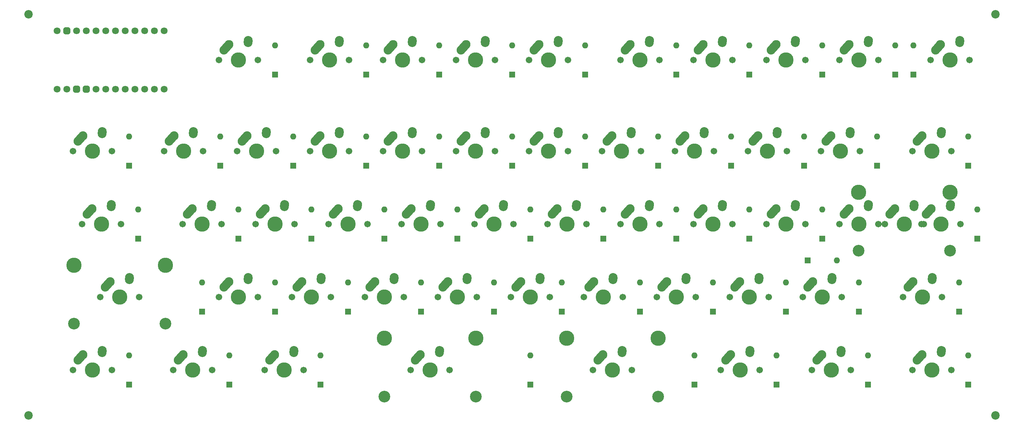
<source format=gbr>
%TF.GenerationSoftware,KiCad,Pcbnew,7.0.8+dfsg-1*%
%TF.CreationDate,2023-11-03T17:26:11+01:00*%
%TF.ProjectId,plopplop-rounded,706c6f70-706c-46f7-902d-726f756e6465,rev?*%
%TF.SameCoordinates,PXfbec30PY8198450*%
%TF.FileFunction,Soldermask,Bot*%
%TF.FilePolarity,Negative*%
%FSLAX46Y46*%
G04 Gerber Fmt 4.6, Leading zero omitted, Abs format (unit mm)*
G04 Created by KiCad (PCBNEW 7.0.8+dfsg-1) date 2023-11-03 17:26:11*
%MOMM*%
%LPD*%
G01*
G04 APERTURE LIST*
G04 Aperture macros list*
%AMRoundRect*
0 Rectangle with rounded corners*
0 $1 Rounding radius*
0 $2 $3 $4 $5 $6 $7 $8 $9 X,Y pos of 4 corners*
0 Add a 4 corners polygon primitive as box body*
4,1,4,$2,$3,$4,$5,$6,$7,$8,$9,$2,$3,0*
0 Add four circle primitives for the rounded corners*
1,1,$1+$1,$2,$3*
1,1,$1+$1,$4,$5*
1,1,$1+$1,$6,$7*
1,1,$1+$1,$8,$9*
0 Add four rect primitives between the rounded corners*
20,1,$1+$1,$2,$3,$4,$5,0*
20,1,$1+$1,$4,$5,$6,$7,0*
20,1,$1+$1,$6,$7,$8,$9,0*
20,1,$1+$1,$8,$9,$2,$3,0*%
%AMHorizOval*
0 Thick line with rounded ends*
0 $1 width*
0 $2 $3 position (X,Y) of the first rounded end (center of the circle)*
0 $4 $5 position (X,Y) of the second rounded end (center of the circle)*
0 Add line between two ends*
20,1,$1,$2,$3,$4,$5,0*
0 Add two circle primitives to create the rounded ends*
1,1,$1,$2,$3*
1,1,$1,$4,$5*%
G04 Aperture macros list end*
%ADD10C,3.987800*%
%ADD11C,3.048000*%
%ADD12C,2.300000*%
%ADD13HorizOval,2.300000X0.020004X0.290000X-0.020004X-0.290000X0*%
%ADD14HorizOval,2.300000X0.655008X0.729993X-0.655008X-0.729993X0*%
%ADD15C,1.701800*%
%ADD16C,2.200000*%
%ADD17O,1.600000X1.600000*%
%ADD18R,1.600000X1.600000*%
%ADD19C,1.800000*%
%ADD20RoundRect,0.450000X0.450000X-0.450000X0.450000X0.450000X-0.450000X0.450000X-0.450000X-0.450000X0*%
G04 APERTURE END LIST*
D10*
%TO.C,MX34-1*%
X245459250Y63182500D03*
X221583250Y63182500D03*
D11*
X245459250Y47942500D03*
X221583250Y47942500D03*
D12*
X236061250Y60007500D03*
D13*
X236041254Y59717500D03*
D14*
X230366258Y58197493D03*
D12*
X231021250Y58927500D03*
D15*
X238601250Y54927500D03*
X228441250Y54927500D03*
D10*
X233521250Y54927500D03*
%TD*%
D16*
%TO.C,REF\u002A\u002A*%
X257333750Y4921250D03*
%TD*%
%TO.C,REF\u002A\u002A*%
X4921250Y4921250D03*
%TD*%
%TO.C,REF\u002A\u002A*%
X257333750Y109696250D03*
%TD*%
%TO.C,REF\u002A\u002A*%
X4921250Y109696250D03*
%TD*%
D12*
%TO.C,MX53*%
X243205000Y21907500D03*
D13*
X243185004Y21617500D03*
D14*
X237510008Y20097493D03*
D12*
X238165000Y20827500D03*
D15*
X245745000Y16827500D03*
X235585000Y16827500D03*
D10*
X240665000Y16827500D03*
%TD*%
D12*
%TO.C,MX52*%
X217011250Y21907500D03*
D13*
X216991254Y21617500D03*
D14*
X211316258Y20097493D03*
D12*
X211971250Y20827500D03*
D15*
X219551250Y16827500D03*
X209391250Y16827500D03*
D10*
X214471250Y16827500D03*
%TD*%
D12*
%TO.C,MX51*%
X193198750Y21907500D03*
D13*
X193178754Y21617500D03*
D14*
X187503758Y20097493D03*
D12*
X188158750Y20827500D03*
D15*
X195738750Y16827500D03*
X185578750Y16827500D03*
D10*
X190658750Y16827500D03*
%TD*%
%TO.C,MX50*%
X169259250Y25082500D03*
X145383250Y25082500D03*
D11*
X169259250Y9842500D03*
X145383250Y9842500D03*
D12*
X159861250Y21907500D03*
D13*
X159841254Y21617500D03*
D14*
X154166258Y20097493D03*
D12*
X154821250Y20827500D03*
D15*
X162401250Y16827500D03*
X152241250Y16827500D03*
D10*
X157321250Y16827500D03*
%TD*%
%TO.C,MX49*%
X121634250Y25082500D03*
X97758250Y25082500D03*
D11*
X121634250Y9842500D03*
X97758250Y9842500D03*
D12*
X112236250Y21907500D03*
D13*
X112216254Y21617500D03*
D14*
X106541258Y20097493D03*
D12*
X107196250Y20827500D03*
D15*
X114776250Y16827500D03*
X104616250Y16827500D03*
D10*
X109696250Y16827500D03*
%TD*%
D12*
%TO.C,MX48*%
X74177500Y21907500D03*
D13*
X74157504Y21617500D03*
D14*
X68482508Y20097493D03*
D12*
X69137500Y20827500D03*
D15*
X76717500Y16827500D03*
X66557500Y16827500D03*
D10*
X71637500Y16827500D03*
%TD*%
D12*
%TO.C,MX47*%
X50323750Y21907500D03*
D13*
X50303754Y21617500D03*
D14*
X44628758Y20097493D03*
D12*
X45283750Y20827500D03*
D15*
X52863750Y16827500D03*
X42703750Y16827500D03*
D10*
X47783750Y16827500D03*
%TD*%
D12*
%TO.C,MX46*%
X24130000Y21907500D03*
D13*
X24110004Y21617500D03*
D14*
X18435008Y20097493D03*
D12*
X19090000Y20827500D03*
D15*
X26670000Y16827500D03*
X16510000Y16827500D03*
D10*
X21590000Y16827500D03*
%TD*%
D17*
%TO.C,D53*%
X250190000Y20637500D03*
D18*
X250190000Y13017500D03*
%TD*%
D17*
%TO.C,D52*%
X223996250Y20637500D03*
D18*
X223996250Y13017500D03*
%TD*%
D17*
%TO.C,D51*%
X200183750Y20637500D03*
D18*
X200183750Y13017500D03*
%TD*%
D17*
%TO.C,D50*%
X178752500Y20637500D03*
D18*
X178752500Y13017500D03*
%TD*%
D17*
%TO.C,D49*%
X135890000Y20637500D03*
D18*
X135890000Y13017500D03*
%TD*%
D17*
%TO.C,D48*%
X81121250Y20637500D03*
D18*
X81121250Y13017500D03*
%TD*%
D17*
%TO.C,D47*%
X57308750Y20637500D03*
D18*
X57308750Y13017500D03*
%TD*%
D17*
%TO.C,D46*%
X31115000Y20637500D03*
D18*
X31115000Y13017500D03*
%TD*%
D12*
%TO.C,MX45*%
X240823750Y40957500D03*
D13*
X240803754Y40667500D03*
D14*
X235128758Y39147493D03*
D12*
X235783750Y39877500D03*
D15*
X243363750Y35877500D03*
X233203750Y35877500D03*
D10*
X238283750Y35877500D03*
%TD*%
D12*
%TO.C,MX44*%
X214630000Y40957500D03*
D13*
X214610004Y40667500D03*
D14*
X208935008Y39147493D03*
D12*
X209590000Y39877500D03*
D15*
X217170000Y35877500D03*
X207010000Y35877500D03*
D10*
X212090000Y35877500D03*
%TD*%
D12*
%TO.C,MX43*%
X195580000Y40957500D03*
D13*
X195560004Y40667500D03*
D14*
X189885008Y39147493D03*
D12*
X190540000Y39877500D03*
D15*
X198120000Y35877500D03*
X187960000Y35877500D03*
D10*
X193040000Y35877500D03*
%TD*%
D12*
%TO.C,MX42*%
X176530000Y40957500D03*
D13*
X176510004Y40667500D03*
D14*
X170835008Y39147493D03*
D12*
X171490000Y39877500D03*
D15*
X179070000Y35877500D03*
X168910000Y35877500D03*
D10*
X173990000Y35877500D03*
%TD*%
D12*
%TO.C,MX41*%
X157480000Y40957500D03*
D13*
X157460004Y40667500D03*
D14*
X151785008Y39147493D03*
D12*
X152440000Y39877500D03*
D15*
X160020000Y35877500D03*
X149860000Y35877500D03*
D10*
X154940000Y35877500D03*
%TD*%
D12*
%TO.C,MX40*%
X138430000Y40957500D03*
D13*
X138410004Y40667500D03*
D14*
X132735008Y39147493D03*
D12*
X133390000Y39877500D03*
D15*
X140970000Y35877500D03*
X130810000Y35877500D03*
D10*
X135890000Y35877500D03*
%TD*%
D12*
%TO.C,MX39*%
X119380000Y40957500D03*
D13*
X119360004Y40667500D03*
D14*
X113685008Y39147493D03*
D12*
X114340000Y39877500D03*
D15*
X121920000Y35877500D03*
X111760000Y35877500D03*
D10*
X116840000Y35877500D03*
%TD*%
D12*
%TO.C,MX38*%
X100330000Y40957500D03*
D13*
X100310004Y40667500D03*
D14*
X94635008Y39147493D03*
D12*
X95290000Y39877500D03*
D15*
X102870000Y35877500D03*
X92710000Y35877500D03*
D10*
X97790000Y35877500D03*
%TD*%
D12*
%TO.C,MX37*%
X81280000Y40957500D03*
D13*
X81260004Y40667500D03*
D14*
X75585008Y39147493D03*
D12*
X76240000Y39877500D03*
D15*
X83820000Y35877500D03*
X73660000Y35877500D03*
D10*
X78740000Y35877500D03*
%TD*%
D12*
%TO.C,MX36*%
X62230000Y40957500D03*
D13*
X62210004Y40667500D03*
D14*
X56535008Y39147493D03*
D12*
X57190000Y39877500D03*
D15*
X64770000Y35877500D03*
X54610000Y35877500D03*
D10*
X59690000Y35877500D03*
%TD*%
%TO.C,MX35*%
X40671750Y44132500D03*
X16795750Y44132500D03*
D11*
X40671750Y28892500D03*
X16795750Y28892500D03*
D12*
X31273750Y40957500D03*
D13*
X31253754Y40667500D03*
D14*
X25578758Y39147493D03*
D12*
X26233750Y39877500D03*
D15*
X33813750Y35877500D03*
X23653750Y35877500D03*
D10*
X28733750Y35877500D03*
%TD*%
D17*
%TO.C,D45*%
X247808750Y39687500D03*
D18*
X247808750Y32067500D03*
%TD*%
D17*
%TO.C,D44*%
X221615000Y39687500D03*
D18*
X221615000Y32067500D03*
%TD*%
D17*
%TO.C,D43*%
X202565000Y39687500D03*
D18*
X202565000Y32067500D03*
%TD*%
D17*
%TO.C,D42*%
X183515000Y39687500D03*
D18*
X183515000Y32067500D03*
%TD*%
D17*
%TO.C,D41*%
X164465000Y39687500D03*
D18*
X164465000Y32067500D03*
%TD*%
D17*
%TO.C,D40*%
X144115000Y39687500D03*
D18*
X144115000Y32067500D03*
%TD*%
D17*
%TO.C,D39*%
X126365000Y39687500D03*
D18*
X126365000Y32067500D03*
%TD*%
D17*
%TO.C,D38*%
X107315000Y39687500D03*
D18*
X107315000Y32067500D03*
%TD*%
D17*
%TO.C,D37*%
X88265000Y39687500D03*
D18*
X88265000Y32067500D03*
%TD*%
D17*
%TO.C,D36*%
X69215000Y39687500D03*
D18*
X69215000Y32067500D03*
%TD*%
D17*
%TO.C,D35*%
X50165000Y39687500D03*
D18*
X50165000Y32067500D03*
%TD*%
D12*
%TO.C,MX34*%
X245586250Y60007500D03*
D13*
X245566254Y59717500D03*
D14*
X239891258Y58197493D03*
D12*
X240546250Y58927500D03*
D15*
X248126250Y54927500D03*
X237966250Y54927500D03*
D10*
X243046250Y54927500D03*
%TD*%
D12*
%TO.C,MX33*%
X224155000Y60007500D03*
D13*
X224135004Y59717500D03*
D14*
X218460008Y58197493D03*
D12*
X219115000Y58927500D03*
D15*
X226695000Y54927500D03*
X216535000Y54927500D03*
D10*
X221615000Y54927500D03*
%TD*%
D12*
%TO.C,MX32*%
X205105000Y60007500D03*
D13*
X205085004Y59717500D03*
D14*
X199410008Y58197493D03*
D12*
X200065000Y58927500D03*
D15*
X207645000Y54927500D03*
X197485000Y54927500D03*
D10*
X202565000Y54927500D03*
%TD*%
D12*
%TO.C,MX31*%
X186055000Y60007500D03*
D13*
X186035004Y59717500D03*
D14*
X180360008Y58197493D03*
D12*
X181015000Y58927500D03*
D15*
X188595000Y54927500D03*
X178435000Y54927500D03*
D10*
X183515000Y54927500D03*
%TD*%
D12*
%TO.C,MX30*%
X167005000Y60007500D03*
D13*
X166985004Y59717500D03*
D14*
X161310008Y58197493D03*
D12*
X161965000Y58927500D03*
D15*
X169545000Y54927500D03*
X159385000Y54927500D03*
D10*
X164465000Y54927500D03*
%TD*%
D12*
%TO.C,MX29*%
X147955000Y60007500D03*
D13*
X147935004Y59717500D03*
D14*
X142260008Y58197493D03*
D12*
X142915000Y58927500D03*
D15*
X150495000Y54927500D03*
X140335000Y54927500D03*
D10*
X145415000Y54927500D03*
%TD*%
D12*
%TO.C,MX28*%
X128905000Y60007500D03*
D13*
X128885004Y59717500D03*
D14*
X123210008Y58197493D03*
D12*
X123865000Y58927500D03*
D15*
X131445000Y54927500D03*
X121285000Y54927500D03*
D10*
X126365000Y54927500D03*
%TD*%
D12*
%TO.C,MX27*%
X109855000Y60007500D03*
D13*
X109835004Y59717500D03*
D14*
X104160008Y58197493D03*
D12*
X104815000Y58927500D03*
D15*
X112395000Y54927500D03*
X102235000Y54927500D03*
D10*
X107315000Y54927500D03*
%TD*%
D12*
%TO.C,MX26*%
X90805000Y60007500D03*
D13*
X90785004Y59717500D03*
D14*
X85110008Y58197493D03*
D12*
X85765000Y58927500D03*
D15*
X93345000Y54927500D03*
X83185000Y54927500D03*
D10*
X88265000Y54927500D03*
%TD*%
D12*
%TO.C,MX25*%
X71755000Y60007500D03*
D13*
X71735004Y59717500D03*
D14*
X66060008Y58197493D03*
D12*
X66715000Y58927500D03*
D15*
X74295000Y54927500D03*
X64135000Y54927500D03*
D10*
X69215000Y54927500D03*
%TD*%
D12*
%TO.C,MX24*%
X52705000Y60007500D03*
D13*
X52685004Y59717500D03*
D14*
X47010008Y58197493D03*
D12*
X47665000Y58927500D03*
D15*
X55245000Y54927500D03*
X45085000Y54927500D03*
D10*
X50165000Y54927500D03*
%TD*%
D12*
%TO.C,MX23*%
X26511250Y60007500D03*
D13*
X26491254Y59717500D03*
D14*
X20816258Y58197493D03*
D12*
X21471250Y58927500D03*
D15*
X29051250Y54927500D03*
X18891250Y54927500D03*
D10*
X23971250Y54927500D03*
%TD*%
D17*
%TO.C,D34*%
X252571250Y58737500D03*
D18*
X252571250Y51117500D03*
%TD*%
D17*
%TO.C,D33*%
X215900000Y45402500D03*
D18*
X208280000Y45402500D03*
%TD*%
D17*
%TO.C,D32*%
X212090000Y58737500D03*
D18*
X212090000Y51117500D03*
%TD*%
D17*
%TO.C,D31*%
X193040000Y58737500D03*
D18*
X193040000Y51117500D03*
%TD*%
D17*
%TO.C,D30*%
X173990000Y58737500D03*
D18*
X173990000Y51117500D03*
%TD*%
D17*
%TO.C,D29*%
X154940000Y58737500D03*
D18*
X154940000Y51117500D03*
%TD*%
D17*
%TO.C,D28*%
X135890000Y58737500D03*
D18*
X135890000Y51117500D03*
%TD*%
D17*
%TO.C,D27*%
X116840000Y58737500D03*
D18*
X116840000Y51117500D03*
%TD*%
D17*
%TO.C,D26*%
X97790000Y58737500D03*
D18*
X97790000Y51117500D03*
%TD*%
D17*
%TO.C,D25*%
X78740000Y58737500D03*
D18*
X78740000Y51117500D03*
%TD*%
D17*
%TO.C,D24*%
X59690000Y58737500D03*
D18*
X59690000Y51117500D03*
%TD*%
D17*
%TO.C,D23*%
X33496250Y58737500D03*
D18*
X33496250Y51117500D03*
%TD*%
D12*
%TO.C,MX22*%
X243205000Y79057500D03*
D13*
X243185004Y78767500D03*
D14*
X237510008Y77247493D03*
D12*
X238165000Y77977500D03*
D15*
X245745000Y73977500D03*
X235585000Y73977500D03*
D10*
X240665000Y73977500D03*
%TD*%
D12*
%TO.C,MX21*%
X219392500Y79057500D03*
D13*
X219372504Y78767500D03*
D14*
X213697508Y77247493D03*
D12*
X214352500Y77977500D03*
D15*
X221932500Y73977500D03*
X211772500Y73977500D03*
D10*
X216852500Y73977500D03*
%TD*%
D12*
%TO.C,MX20*%
X200342500Y79057500D03*
D13*
X200322504Y78767500D03*
D14*
X194647508Y77247493D03*
D12*
X195302500Y77977500D03*
D15*
X202882500Y73977500D03*
X192722500Y73977500D03*
D10*
X197802500Y73977500D03*
%TD*%
D12*
%TO.C,MX19*%
X181292500Y79057500D03*
D13*
X181272504Y78767500D03*
D14*
X175597508Y77247493D03*
D12*
X176252500Y77977500D03*
D15*
X183832500Y73977500D03*
X173672500Y73977500D03*
D10*
X178752500Y73977500D03*
%TD*%
D17*
%TO.C,D22*%
X250190000Y77787500D03*
D18*
X250190000Y70167500D03*
%TD*%
D17*
%TO.C,D21*%
X226377500Y77787500D03*
D18*
X226377500Y70167500D03*
%TD*%
D17*
%TO.C,D20*%
X207327500Y77787500D03*
D18*
X207327500Y70167500D03*
%TD*%
D17*
%TO.C,D19*%
X188277500Y77787500D03*
D18*
X188277500Y70167500D03*
%TD*%
D12*
%TO.C,MX18*%
X162242500Y79057500D03*
D13*
X162222504Y78767500D03*
D14*
X156547508Y77247493D03*
D12*
X157202500Y77977500D03*
D15*
X164782500Y73977500D03*
X154622500Y73977500D03*
D10*
X159702500Y73977500D03*
%TD*%
D12*
%TO.C,MX17*%
X143192500Y79057500D03*
D13*
X143172504Y78767500D03*
D14*
X137497508Y77247493D03*
D12*
X138152500Y77977500D03*
D15*
X145732500Y73977500D03*
X135572500Y73977500D03*
D10*
X140652500Y73977500D03*
%TD*%
D12*
%TO.C,MX16*%
X124142500Y79057500D03*
D13*
X124122504Y78767500D03*
D14*
X118447508Y77247493D03*
D12*
X119102500Y77977500D03*
D15*
X126682500Y73977500D03*
X116522500Y73977500D03*
D10*
X121602500Y73977500D03*
%TD*%
D12*
%TO.C,MX15*%
X105092500Y79057500D03*
D13*
X105072504Y78767500D03*
D14*
X99397508Y77247493D03*
D12*
X100052500Y77977500D03*
D15*
X107632500Y73977500D03*
X97472500Y73977500D03*
D10*
X102552500Y73977500D03*
%TD*%
D12*
%TO.C,MX14*%
X86042500Y79057500D03*
D13*
X86022504Y78767500D03*
D14*
X80347508Y77247493D03*
D12*
X81002500Y77977500D03*
D15*
X88582500Y73977500D03*
X78422500Y73977500D03*
D10*
X83502500Y73977500D03*
%TD*%
D12*
%TO.C,MX13*%
X66992500Y79057500D03*
D13*
X66972504Y78767500D03*
D14*
X61297508Y77247493D03*
D12*
X61952500Y77977500D03*
D15*
X69532500Y73977500D03*
X59372500Y73977500D03*
D10*
X64452500Y73977500D03*
%TD*%
D12*
%TO.C,MX12*%
X47942500Y79057500D03*
D13*
X47922504Y78767500D03*
D14*
X42247508Y77247493D03*
D12*
X42902500Y77977500D03*
D15*
X50482500Y73977500D03*
X40322500Y73977500D03*
D10*
X45402500Y73977500D03*
%TD*%
D12*
%TO.C,MX11*%
X24130000Y79057500D03*
D13*
X24110004Y78767500D03*
D14*
X18435008Y77247493D03*
D12*
X19090000Y77977500D03*
D15*
X26670000Y73977500D03*
X16510000Y73977500D03*
D10*
X21590000Y73977500D03*
%TD*%
D17*
%TO.C,D18*%
X169227500Y77787500D03*
D18*
X169227500Y70167500D03*
%TD*%
D17*
%TO.C,D17*%
X150177500Y77787500D03*
D18*
X150177500Y70167500D03*
%TD*%
D17*
%TO.C,D16*%
X131127500Y77787500D03*
D18*
X131127500Y70167500D03*
%TD*%
D17*
%TO.C,D15*%
X112077500Y77787500D03*
D18*
X112077500Y70167500D03*
%TD*%
D17*
%TO.C,D14*%
X93027500Y77787500D03*
D18*
X93027500Y70167500D03*
%TD*%
D17*
%TO.C,D13*%
X73977500Y77787500D03*
D18*
X73977500Y70167500D03*
%TD*%
D17*
%TO.C,D12*%
X54927500Y77787500D03*
D18*
X54927500Y70167500D03*
%TD*%
D17*
%TO.C,D11*%
X31115000Y77787500D03*
D18*
X31115000Y70167500D03*
%TD*%
D12*
%TO.C,MX10*%
X247967500Y102870000D03*
D13*
X247947504Y102580000D03*
D14*
X242272508Y101059993D03*
D12*
X242927500Y101790000D03*
D15*
X250507500Y97790000D03*
X240347500Y97790000D03*
D10*
X245427500Y97790000D03*
%TD*%
D12*
%TO.C,MX9*%
X224155000Y102870000D03*
D13*
X224135004Y102580000D03*
D14*
X218460008Y101059993D03*
D12*
X219115000Y101790000D03*
D15*
X226695000Y97790000D03*
X216535000Y97790000D03*
D10*
X221615000Y97790000D03*
%TD*%
D12*
%TO.C,MX8*%
X205105000Y102870000D03*
D13*
X205085004Y102580000D03*
D14*
X199410008Y101059993D03*
D12*
X200065000Y101790000D03*
D15*
X207645000Y97790000D03*
X197485000Y97790000D03*
D10*
X202565000Y97790000D03*
%TD*%
D12*
%TO.C,MX7*%
X186055000Y102870000D03*
D13*
X186035004Y102580000D03*
D14*
X180360008Y101059993D03*
D12*
X181015000Y101790000D03*
D15*
X188595000Y97790000D03*
X178435000Y97790000D03*
D10*
X183515000Y97790000D03*
%TD*%
D12*
%TO.C,MX6*%
X167005000Y102870000D03*
D13*
X166985004Y102580000D03*
D14*
X161310008Y101059993D03*
D12*
X161965000Y101790000D03*
D15*
X169545000Y97790000D03*
X159385000Y97790000D03*
D10*
X164465000Y97790000D03*
%TD*%
D12*
%TO.C,MX5*%
X143192500Y102870000D03*
D13*
X143172504Y102580000D03*
D14*
X137497508Y101059993D03*
D12*
X138152500Y101790000D03*
D15*
X145732500Y97790000D03*
X135572500Y97790000D03*
D10*
X140652500Y97790000D03*
%TD*%
D12*
%TO.C,MX4*%
X124142500Y102870000D03*
D13*
X124122504Y102580000D03*
D14*
X118447508Y101059993D03*
D12*
X119102500Y101790000D03*
D15*
X126682500Y97790000D03*
X116522500Y97790000D03*
D10*
X121602500Y97790000D03*
%TD*%
D12*
%TO.C,MX3*%
X105092500Y102870000D03*
D13*
X105072504Y102580000D03*
D14*
X99397508Y101059993D03*
D12*
X100052500Y101790000D03*
D15*
X107632500Y97790000D03*
X97472500Y97790000D03*
D10*
X102552500Y97790000D03*
%TD*%
D12*
%TO.C,MX1*%
X62230000Y102870000D03*
D13*
X62210004Y102580000D03*
D14*
X56535008Y101059993D03*
D12*
X57190000Y101790000D03*
D15*
X64770000Y97790000D03*
X54610000Y97790000D03*
D10*
X59690000Y97790000D03*
%TD*%
D17*
%TO.C,D10*%
X235902500Y101600000D03*
D18*
X235902500Y93980000D03*
%TD*%
D17*
%TO.C,D9*%
X231140000Y101600000D03*
D18*
X231140000Y93980000D03*
%TD*%
D17*
%TO.C,D8*%
X212090000Y101600000D03*
D18*
X212090000Y93980000D03*
%TD*%
D17*
%TO.C,D7*%
X193040000Y101600000D03*
D18*
X193040000Y93980000D03*
%TD*%
D17*
%TO.C,D6*%
X173990000Y101600000D03*
D18*
X173990000Y93980000D03*
%TD*%
D17*
%TO.C,D5*%
X150177500Y101600000D03*
D18*
X150177500Y93980000D03*
%TD*%
D17*
%TO.C,D4*%
X131127500Y101600000D03*
D18*
X131127500Y93980000D03*
%TD*%
D17*
%TO.C,D3*%
X112077500Y101600000D03*
D18*
X112077500Y93980000D03*
%TD*%
D10*
%TO.C,MX2*%
X83502500Y97790000D03*
D15*
X78422500Y97790000D03*
X88582500Y97790000D03*
D12*
X81002500Y101790000D03*
D14*
X80347508Y101059993D03*
D13*
X86022504Y102580000D03*
D12*
X86042500Y102870000D03*
%TD*%
D17*
%TO.C,D2*%
X93027500Y101600000D03*
D18*
X93027500Y93980000D03*
%TD*%
D19*
%TO.C,U1*%
X40322500Y105410000D03*
X37782500Y105410000D03*
X35242500Y105410000D03*
X32702500Y105410000D03*
X30162500Y105410000D03*
X27622500Y105410000D03*
X25082500Y105410000D03*
X22542500Y105410000D03*
X20002500Y105410000D03*
X17462500Y105410000D03*
D20*
X14922500Y105410000D03*
D19*
X12382500Y105410000D03*
X40322500Y90170000D03*
X37782500Y90170000D03*
X35242500Y90170000D03*
X32702500Y90170000D03*
X30162500Y90170000D03*
X27622500Y90170000D03*
X25082500Y90170000D03*
X22542500Y90170000D03*
D20*
X20002500Y90170000D03*
X17462500Y90170000D03*
D19*
X14922500Y90170000D03*
X12382500Y90170000D03*
%TD*%
D17*
%TO.C,D1*%
X69215000Y101600000D03*
D18*
X69215000Y93980000D03*
%TD*%
M02*

</source>
